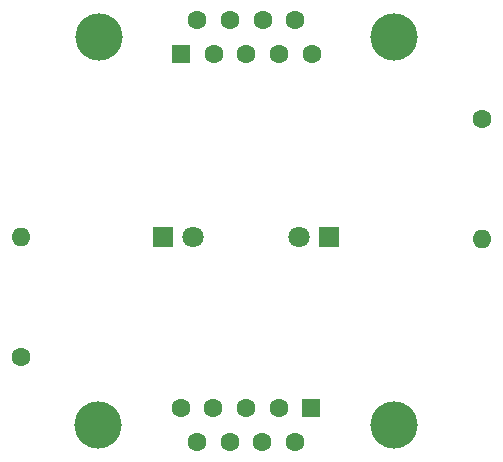
<source format=gtl>
G04 #@! TF.GenerationSoftware,KiCad,Pcbnew,7.0.5*
G04 #@! TF.CreationDate,2024-08-02T13:19:31+02:00*
G04 #@! TF.ProjectId,NullModemAdapter,4e756c6c-4d6f-4646-956d-416461707465,rev?*
G04 #@! TF.SameCoordinates,Original*
G04 #@! TF.FileFunction,Copper,L1,Top*
G04 #@! TF.FilePolarity,Positive*
%FSLAX46Y46*%
G04 Gerber Fmt 4.6, Leading zero omitted, Abs format (unit mm)*
G04 Created by KiCad (PCBNEW 7.0.5) date 2024-08-02 13:19:31*
%MOMM*%
%LPD*%
G01*
G04 APERTURE LIST*
G04 #@! TA.AperFunction,ComponentPad*
%ADD10C,1.600000*%
G04 #@! TD*
G04 #@! TA.AperFunction,ComponentPad*
%ADD11O,1.600000X1.600000*%
G04 #@! TD*
G04 #@! TA.AperFunction,ComponentPad*
%ADD12C,4.000000*%
G04 #@! TD*
G04 #@! TA.AperFunction,ComponentPad*
%ADD13R,1.600000X1.600000*%
G04 #@! TD*
G04 #@! TA.AperFunction,ComponentPad*
%ADD14R,1.800000X1.800000*%
G04 #@! TD*
G04 #@! TA.AperFunction,ComponentPad*
%ADD15C,1.800000*%
G04 #@! TD*
G04 #@! TA.AperFunction,Conductor*
%ADD16C,0.250000*%
G04 #@! TD*
G04 APERTURE END LIST*
D10*
X68000000Y-95660000D03*
D11*
X68000000Y-85500000D03*
D12*
X99535000Y-68570000D03*
X74535000Y-68570000D03*
D13*
X81495000Y-69990000D03*
D10*
X84265000Y-69990000D03*
X87035000Y-69990000D03*
X89805000Y-69990000D03*
X92575000Y-69990000D03*
X82880000Y-67150000D03*
X85650000Y-67150000D03*
X88420000Y-67150000D03*
X91190000Y-67150000D03*
X107000000Y-75500000D03*
D11*
X107000000Y-85660000D03*
D14*
X79960000Y-85500000D03*
D15*
X82500000Y-85500000D03*
D12*
X74510000Y-101420000D03*
X99510000Y-101420000D03*
D13*
X92550000Y-100000000D03*
D10*
X89780000Y-100000000D03*
X87010000Y-100000000D03*
X84240000Y-100000000D03*
X81470000Y-100000000D03*
X91165000Y-102840000D03*
X88395000Y-102840000D03*
X85625000Y-102840000D03*
X82855000Y-102840000D03*
D14*
X94000000Y-85500000D03*
D15*
X91460000Y-85500000D03*
D16*
X88395000Y-67175000D02*
X88420000Y-67150000D01*
X85625000Y-67175000D02*
X85650000Y-67150000D01*
X106840000Y-85500000D02*
X107000000Y-85660000D01*
M02*

</source>
